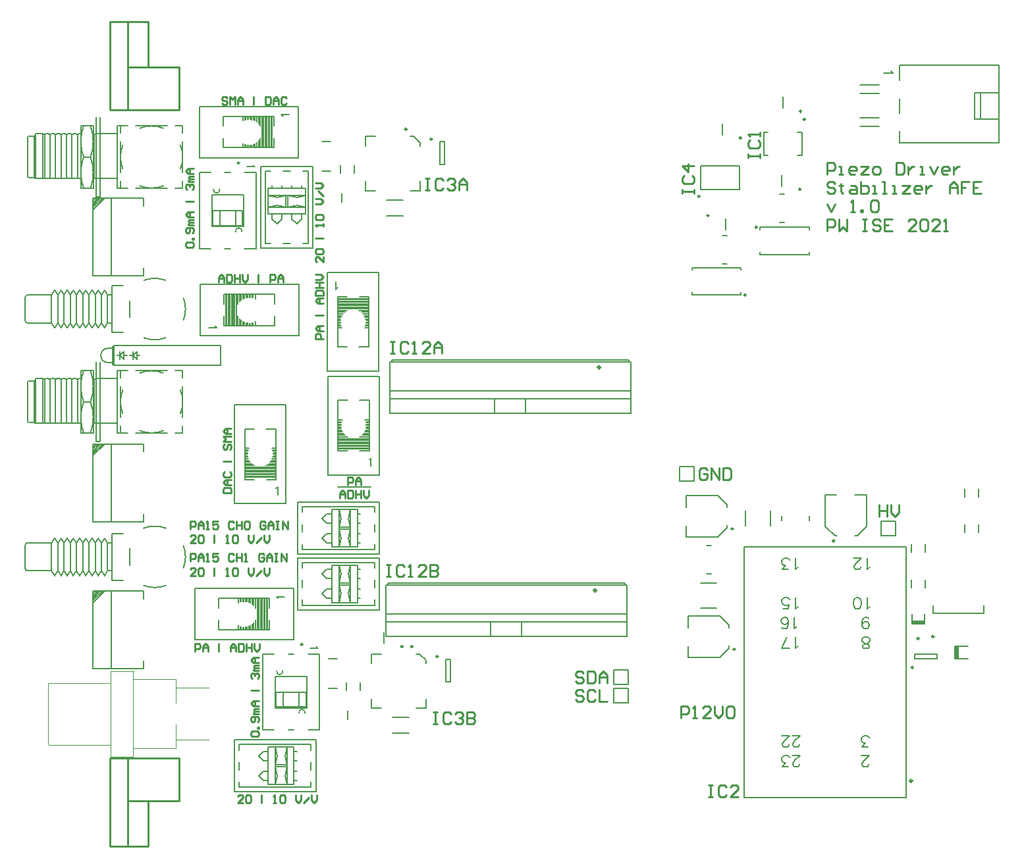
<source format=gto>
G04*
G04 #@! TF.GenerationSoftware,Altium Limited,Altium Designer,21.5.1 (32)*
G04*
G04 Layer_Color=65535*
%FSLAX25Y25*%
%MOIN*%
G70*
G04*
G04 #@! TF.SameCoordinates,40A1BE61-9D6D-4511-9C65-2EA0C261B3BE*
G04*
G04*
G04 #@! TF.FilePolarity,Positive*
G04*
G01*
G75*
%ADD10C,0.00984*%
%ADD11C,0.00787*%
%ADD12C,0.01181*%
%ADD13C,0.01000*%
%ADD14C,0.00394*%
%ADD15R,0.02165X0.06299*%
D10*
X152980Y346087D02*
G03*
X152980Y346087I-492J0D01*
G01*
X140185Y351134D02*
G03*
X140185Y351134I-492J0D01*
G01*
X55425Y334051D02*
G03*
X55425Y334051I-492J0D01*
G01*
X341862Y356092D02*
G03*
X341862Y356092I-492J0D01*
G01*
X288543Y317144D02*
G03*
X288543Y317144I-492J0D01*
G01*
X143185Y89080D02*
G03*
X143185Y89080I-492J0D01*
G01*
X87446Y90121D02*
G03*
X87446Y90121I-492J0D01*
G01*
X138170Y89071D02*
G03*
X138170Y89071I-492J0D01*
G01*
X399492Y93158D02*
G03*
X399492Y93158I-492J0D01*
G01*
X407000Y94134D02*
G03*
X407000Y94134I-492J0D01*
G01*
X396602Y78488D02*
G03*
X396602Y78488I-492J0D01*
G01*
X155980Y84033D02*
G03*
X155980Y84033I-492J0D01*
G01*
X339992Y360262D02*
G03*
X339992Y360262I-492J0D01*
G01*
X339533Y320647D02*
G03*
X339533Y320647I-492J0D01*
G01*
X317524Y301488D02*
G03*
X317524Y301488I-492J0D01*
G01*
X356693Y142606D02*
G03*
X356693Y142606I-492J0D01*
G01*
X305386Y148701D02*
G03*
X305386Y148701I-492J0D01*
G01*
X306386Y87701D02*
G03*
X306386Y87701I-492J0D01*
G01*
X293035Y307429D02*
G03*
X293035Y307429I-492J0D01*
G01*
X311961Y267151D02*
G03*
X311961Y267151I-492J0D01*
G01*
X309528Y346685D02*
G03*
X309528Y346685I-492J0D01*
G01*
D11*
X42345Y320685D02*
G03*
X45395Y320685I1525J-394D01*
G01*
X56655Y299188D02*
G03*
X53605Y299188I-1525J394D01*
G01*
X7000Y119992D02*
G03*
X18200Y119992I5600J14508D01*
G01*
X27108Y128900D02*
G03*
X27108Y140100I-14508J5600D01*
G01*
X18200Y149008D02*
G03*
X7000Y149008I-5600J-14508D01*
G01*
X-52991Y128595D02*
G03*
X-51556Y127413I1181J-27D01*
G01*
X-51810Y141587D02*
G03*
X-52991Y140405I0J-1181D01*
G01*
X74366Y76755D02*
G03*
X77416Y76755I1525J-394D01*
G01*
X88675Y55259D02*
G03*
X85626Y55259I-1525J394D01*
G01*
X-11250Y240050D02*
G03*
X-11250Y232950I0J-3550D01*
G01*
X-51810Y267087D02*
G03*
X-52991Y265905I0J-1181D01*
G01*
Y254095D02*
G03*
X-51556Y252913I1181J-27D01*
G01*
X18200Y274508D02*
G03*
X7000Y274508I-5600J-14508D01*
G01*
X27108Y254400D02*
G03*
X27108Y265600I-14508J5600D01*
G01*
X7000Y245492D02*
G03*
X18200Y245492I5600J14508D01*
G01*
X5038Y198424D02*
G03*
X16962Y198424I5962J14576D01*
G01*
X-19934Y213000D02*
G03*
X-19934Y228748I-21336J7874D01*
G01*
X-23420D02*
G03*
X-23420Y213000I21336J-7874D01*
G01*
D02*
G03*
X-23420Y197252I21336J-7874D01*
G01*
X-19934D02*
G03*
X-19934Y213000I-21336J7874D01*
G01*
X-3576Y218962D02*
G03*
X-3576Y207038I14576J-5962D01*
G01*
X16962Y227576D02*
G03*
X5038Y227576I-5962J-14576D01*
G01*
X25576Y207038D02*
G03*
X25576Y218962I-14576J5962D01*
G01*
X5038Y322424D02*
G03*
X16962Y322424I5962J14576D01*
G01*
X-19934Y337000D02*
G03*
X-19934Y352748I-21336J7874D01*
G01*
X-23420D02*
G03*
X-23420Y337000I21336J-7874D01*
G01*
D02*
G03*
X-23420Y321252I21336J-7874D01*
G01*
X-19934D02*
G03*
X-19934Y337000I-21336J7874D01*
G01*
X-3576Y342962D02*
G03*
X-3576Y331038I14576J-5962D01*
G01*
X16962Y351576D02*
G03*
X5038Y351576I-5962J-14576D01*
G01*
X25576Y331038D02*
G03*
X25576Y342962I-14576J5962D01*
G01*
X6994Y77815D02*
Y81752D01*
X-18597Y117185D02*
X6994D01*
X-18597Y116847D02*
X-18259Y117185D01*
X-18597Y115734D02*
X-17146Y117185D01*
X-18597Y114620D02*
X-16032Y117185D01*
X-18597Y113507D02*
X-14918Y117185D01*
X-18597Y112393D02*
X-13805Y117185D01*
X-18597Y111280D02*
X-12691Y117185D01*
X-9542Y77815D02*
Y117185D01*
X-18597Y77815D02*
Y117185D01*
Y77815D02*
X6994D01*
Y113248D02*
Y117185D01*
Y152315D02*
Y156252D01*
X-18597Y191685D02*
X6994D01*
X-18597Y191347D02*
X-18259Y191685D01*
X-18597Y190234D02*
X-17146Y191685D01*
X-18597Y189120D02*
X-16032Y191685D01*
X-18597Y188007D02*
X-14918Y191685D01*
X-18597Y186893D02*
X-13805Y191685D01*
X-18597Y185780D02*
X-12691Y191685D01*
X-9542Y152315D02*
Y191685D01*
X-18597Y152315D02*
Y191685D01*
Y152315D02*
X6994D01*
Y187748D02*
Y191685D01*
Y312248D02*
Y316185D01*
X-18597Y276815D02*
X6994D01*
X-18597D02*
Y316185D01*
X-9542Y276815D02*
Y316185D01*
X-18597Y310280D02*
X-12691Y316185D01*
X-18597Y311393D02*
X-13805Y316185D01*
X-18597Y312507D02*
X-14918Y316185D01*
X-18597Y313620D02*
X-16032Y316185D01*
X-18597Y314734D02*
X-17146Y316185D01*
X-18597Y315847D02*
X-18259Y316185D01*
X-18597D02*
X6994D01*
Y276815D02*
Y280752D01*
X105171Y170000D02*
X122000D01*
X100272Y176022D02*
Y226022D01*
X126272D01*
Y176022D02*
Y226022D01*
X100272Y176022D02*
X126272D01*
X105397Y188227D02*
Y213817D01*
X110180D01*
X121147Y188227D02*
Y213817D01*
X116379Y188227D02*
X121147D01*
X119064Y203967D02*
X121147D01*
X119481Y202936D02*
X121147D01*
X119571Y202613D02*
X121147D01*
X119742Y201610D02*
X121147D01*
X119766Y201172D02*
X121147D01*
X119710Y200159D02*
X121147D01*
X119605Y199579D02*
X121147D01*
X119294Y198589D02*
X121147D01*
X118947Y197864D02*
X121147D01*
X118313Y196928D02*
X121147D01*
X117503Y196097D02*
X121147D01*
X116275Y195266D02*
X121147D01*
X105397Y194329D02*
X121147D01*
X105397Y193605D02*
X121147D01*
X105397Y192629D02*
X121147D01*
X105397Y192034D02*
X121147D01*
X105397Y191030D02*
X121147D01*
X105397Y190590D02*
X121147D01*
X105397Y189581D02*
X121147D01*
X105397Y189258D02*
X121147D01*
X116364Y213817D02*
X121147D01*
X105397Y203967D02*
X107480D01*
X105397Y202936D02*
X107063D01*
X105397Y202613D02*
X106973D01*
X105397Y201610D02*
X106802D01*
X105397Y201172D02*
X106778D01*
X105397Y200159D02*
X106834D01*
X105397Y199579D02*
X106939D01*
X105397Y198589D02*
X107250D01*
X105397Y197864D02*
X107597D01*
X105397Y196928D02*
X108232D01*
X105397Y196097D02*
X109041D01*
X105397Y195266D02*
X110269D01*
X105397Y188227D02*
X110165D01*
X126000Y228504D02*
Y278504D01*
X100000Y228504D02*
X126000D01*
X100000D02*
Y278504D01*
X126000D01*
X120875Y240709D02*
Y266299D01*
X116092Y240709D02*
X120875D01*
X105125D02*
Y266299D01*
X109893D01*
X105125Y250559D02*
X107208D01*
X105125Y251590D02*
X106791D01*
X105125Y251913D02*
X106701D01*
X105125Y252915D02*
X106530D01*
X105125Y253354D02*
X106506D01*
X105125Y254367D02*
X106562D01*
X105125Y254946D02*
X106667D01*
X105125Y255937D02*
X106978D01*
X105125Y256661D02*
X107325D01*
X105125Y257598D02*
X107960D01*
X105125Y258429D02*
X108769D01*
X105125Y259260D02*
X109997D01*
X105125Y260196D02*
X120875D01*
X105125Y260921D02*
X120875D01*
X105125Y261897D02*
X120875D01*
X105125Y262491D02*
X120875D01*
X105125Y263495D02*
X120875D01*
X105125Y263935D02*
X120875D01*
X105125Y264945D02*
X120875D01*
X105125Y265268D02*
X120875D01*
X105125Y240709D02*
X109908D01*
X118792Y250559D02*
X120875D01*
X119209Y251590D02*
X120875D01*
X119299Y251913D02*
X120875D01*
X119470Y252915D02*
X120875D01*
X119494Y253354D02*
X120875D01*
X119438Y254367D02*
X120875D01*
X119333Y254946D02*
X120875D01*
X119022Y255937D02*
X120875D01*
X118675Y256661D02*
X120875D01*
X118041Y257598D02*
X120875D01*
X117231Y258429D02*
X120875D01*
X116003Y259260D02*
X120875D01*
X116107Y266299D02*
X120875D01*
X32796Y92500D02*
X82796D01*
X32796D02*
Y118500D01*
X82796D01*
Y92500D02*
Y118500D01*
X45001Y97625D02*
X70591D01*
X45001D02*
Y102408D01*
Y113375D02*
X70591D01*
Y108607D02*
Y113375D01*
X54851Y111292D02*
Y113375D01*
X55882Y111709D02*
Y113375D01*
X56205Y111799D02*
Y113375D01*
X57208Y111970D02*
Y113375D01*
X57646Y111994D02*
Y113375D01*
X58659Y111938D02*
Y113375D01*
X59238Y111833D02*
Y113375D01*
X60229Y111522D02*
Y113375D01*
X60954Y111175D02*
Y113375D01*
X61890Y110541D02*
Y113375D01*
X62721Y109731D02*
Y113375D01*
X63552Y108503D02*
Y113375D01*
X64489Y97625D02*
Y113375D01*
X65213Y97625D02*
Y113375D01*
X66189Y97625D02*
Y113375D01*
X66784Y97625D02*
Y113375D01*
X67788Y97625D02*
Y113375D01*
X68228Y97625D02*
Y113375D01*
X69237Y97625D02*
Y113375D01*
X69560Y97625D02*
Y113375D01*
X45001Y108592D02*
Y113375D01*
X54851Y97625D02*
Y99708D01*
X55882Y97625D02*
Y99291D01*
X56205Y97625D02*
Y99201D01*
X57208Y97625D02*
Y99030D01*
X57646Y97625D02*
Y99006D01*
X58659Y97625D02*
Y99062D01*
X59238Y97625D02*
Y99167D01*
X60229Y97625D02*
Y99478D01*
X60954Y97625D02*
Y99825D01*
X61890Y97625D02*
Y100459D01*
X62721Y97625D02*
Y101269D01*
X63552Y97625D02*
Y102497D01*
X70591Y97625D02*
Y102393D01*
X106457Y329031D02*
Y332968D01*
X113543Y329031D02*
Y332968D01*
X130045Y307279D02*
X138312D01*
X130045Y315153D02*
X138312D01*
X156819Y333291D02*
Y344709D01*
X159181D01*
Y333291D02*
Y344709D01*
X156819Y333291D02*
X159181D01*
X119221Y319835D02*
Y324756D01*
Y319835D02*
X124142D01*
X119221Y342472D02*
Y347394D01*
X124142D01*
X146780Y319835D02*
Y324756D01*
X141858Y319835D02*
X146780D01*
Y342472D02*
Y344244D01*
X143630Y347394D02*
X146780Y344244D01*
X141858Y347394D02*
X143630D01*
X107283Y314211D02*
Y318541D01*
X97335Y345000D02*
X101665D01*
X97335Y330000D02*
X101665D01*
X87550Y293193D02*
X90285D01*
X77550D02*
X81366D01*
X68631D02*
X71365D01*
X66269Y290831D02*
X92647D01*
X66269D02*
Y332169D01*
X92647D01*
Y290831D02*
Y332169D01*
X68631Y293193D02*
Y329807D01*
X71365D01*
X90285Y293193D02*
Y329807D01*
X84458Y303193D02*
X86820Y305555D01*
X82095D02*
X84458Y303193D01*
X82095Y305555D02*
Y308154D01*
Y321146D02*
Y322638D01*
X86820Y321146D02*
Y322638D01*
Y305555D02*
Y308154D01*
X84458Y312681D02*
X88985Y311697D01*
X79930D02*
X84458Y312681D01*
X79930Y311697D02*
Y317602D01*
X84458Y316618D01*
X88985Y317602D01*
X74458Y303193D02*
X76820Y305555D01*
X72096D02*
X74458Y303193D01*
X72096Y305555D02*
Y308154D01*
Y321146D02*
Y322638D01*
X76820Y321146D02*
Y322638D01*
Y305555D02*
Y308154D01*
X74458Y312681D02*
X78985Y311697D01*
X69930D02*
X74458Y312681D01*
X69930Y317602D02*
X74458Y316618D01*
X78985Y317602D01*
Y311697D02*
Y317602D01*
X77550Y329807D02*
X81366D01*
X87550D02*
X90285D01*
X88985Y308154D02*
Y321146D01*
X69930Y308154D02*
X88985D01*
X69930D02*
Y321146D01*
X88985D01*
X69930Y317602D02*
X88985D01*
X69930Y311697D02*
X88985D01*
X53437Y302338D02*
Y309936D01*
X45563Y302338D02*
Y309936D01*
X41902Y302338D02*
Y309936D01*
Y302338D02*
X57098D01*
Y309936D01*
X41902D02*
X57098D01*
X41508Y317929D02*
X57492D01*
Y301944D02*
Y317929D01*
X41508Y301944D02*
X57492D01*
X41508D02*
Y317929D01*
X58102Y329188D02*
X63791D01*
Y290684D02*
Y329188D01*
X58102Y290684D02*
X63791D01*
X48102Y329188D02*
X50898D01*
X35209Y290684D02*
X40898D01*
X35209D02*
Y329188D01*
X40898D01*
X48102Y290684D02*
X50898D01*
X105799Y111306D02*
Y130361D01*
X111705Y111306D02*
Y130361D01*
X115248Y111306D02*
Y130361D01*
X102256D02*
X115248D01*
X102256Y111306D02*
Y130361D01*
Y111306D02*
X115248D01*
X123910Y110007D02*
Y112741D01*
Y118926D02*
Y122741D01*
X105799Y121306D02*
X111705D01*
X110721Y125834D02*
X111705Y121306D01*
X110721Y125834D02*
X111705Y130361D01*
X105799D02*
X106784Y125834D01*
X105799Y121306D02*
X106784Y125834D01*
X99658Y123471D02*
X102256D01*
X115248D02*
X116740D01*
X115248Y128196D02*
X116740D01*
X99658D02*
X102256D01*
X97296Y125834D02*
X99658Y128196D01*
X97296Y125834D02*
X99658Y123471D01*
X110721Y115834D02*
X111705Y111306D01*
X110721Y115834D02*
X111705Y120361D01*
X105799D02*
X111705D01*
X105799D02*
X106784Y115834D01*
X105799Y111306D02*
X106784Y115834D01*
X99658Y113471D02*
X102256D01*
X115248D02*
X116740D01*
X115248Y118196D02*
X116740D01*
X99658D02*
X102256D01*
X97296Y115834D02*
X99658Y118196D01*
X97296Y115834D02*
X99658Y113471D01*
X87296Y110007D02*
X123910D01*
Y128926D02*
Y131660D01*
X87296D02*
X123910D01*
X84933Y107645D02*
X126272D01*
Y134023D01*
X84933D02*
X126272D01*
X84933Y107645D02*
Y134023D01*
X87296Y128926D02*
Y131660D01*
Y118926D02*
Y122741D01*
Y110007D02*
Y112741D01*
X105799Y139472D02*
Y158528D01*
X111705Y139472D02*
Y158528D01*
X115248Y139472D02*
Y158528D01*
X102256D02*
X115248D01*
X102256Y139472D02*
Y158528D01*
Y139472D02*
X115248D01*
X123910Y138173D02*
Y140908D01*
Y147092D02*
Y150908D01*
X105799Y149472D02*
X111705D01*
X110721Y154000D02*
X111705Y149472D01*
X110721Y154000D02*
X111705Y158528D01*
X105799D02*
X106784Y154000D01*
X105799Y149472D02*
X106784Y154000D01*
X99658Y151638D02*
X102256D01*
X115248D02*
X116740D01*
X115248Y156362D02*
X116740D01*
X99658D02*
X102256D01*
X97296Y154000D02*
X99658Y156362D01*
X97296Y154000D02*
X99658Y151638D01*
X110721Y144000D02*
X111705Y139472D01*
X110721Y144000D02*
X111705Y148528D01*
X105799D02*
X111705D01*
X105799D02*
X106784Y144000D01*
X105799Y139472D02*
X106784Y144000D01*
X99658Y141638D02*
X102256D01*
X115248D02*
X116740D01*
X115248Y146362D02*
X116740D01*
X99658D02*
X102256D01*
X97296Y144000D02*
X99658Y146362D01*
X97296Y144000D02*
X99658Y141638D01*
X87296Y138173D02*
X123910D01*
Y157092D02*
Y159827D01*
X87296D02*
X123910D01*
X84933Y135811D02*
X126272D01*
Y162189D01*
X84933D02*
X126272D01*
X84933Y135811D02*
Y162189D01*
X87296Y157092D02*
Y159827D01*
Y147092D02*
Y150908D01*
Y138173D02*
Y140908D01*
X35496Y272500D02*
X85496D01*
Y246500D02*
Y272500D01*
X35496Y246500D02*
X85496D01*
X35496D02*
Y272500D01*
X47701Y267375D02*
X73291D01*
Y262592D02*
Y267375D01*
X47701Y251625D02*
X73291D01*
X47701D02*
Y256393D01*
X63441Y251625D02*
Y253708D01*
X62410Y251625D02*
Y253291D01*
X62087Y251625D02*
Y253201D01*
X61085Y251625D02*
Y253030D01*
X60646Y251625D02*
Y253006D01*
X59633Y251625D02*
Y253062D01*
X59054Y251625D02*
Y253167D01*
X58063Y251625D02*
Y253478D01*
X57339Y251625D02*
Y253825D01*
X56402Y251625D02*
Y254459D01*
X55571Y251625D02*
Y255269D01*
X54740Y251625D02*
Y256497D01*
X53804Y251625D02*
Y267375D01*
X53079Y251625D02*
Y267375D01*
X52103Y251625D02*
Y267375D01*
X51509Y251625D02*
Y267375D01*
X50505Y251625D02*
Y267375D01*
X50065Y251625D02*
Y267375D01*
X49055Y251625D02*
Y267375D01*
X48732Y251625D02*
Y267375D01*
X73291Y251625D02*
Y256408D01*
X63441Y265292D02*
Y267375D01*
X62410Y265709D02*
Y267375D01*
X62087Y265799D02*
Y267375D01*
X61085Y265970D02*
Y267375D01*
X60646Y265994D02*
Y267375D01*
X59633Y265938D02*
Y267375D01*
X59054Y265833D02*
Y267375D01*
X58063Y265522D02*
Y267375D01*
X57339Y265175D02*
Y267375D01*
X56402Y264541D02*
Y267375D01*
X55571Y263731D02*
Y267375D01*
X54740Y262503D02*
Y267375D01*
X47701Y262607D02*
Y267375D01*
X80Y130273D02*
Y138727D01*
X-8975Y146311D02*
X-3433D01*
X-8975Y122689D02*
Y146311D01*
Y122689D02*
X-3433D01*
X-11258Y127413D02*
X-8975D01*
X-51809D02*
X-39605D01*
X-52991Y128594D02*
Y140406D01*
X-51809Y141587D02*
X-39605D01*
X-11258D02*
X-8975D01*
X-12833Y125012D02*
X-11258Y127374D01*
X-14408D02*
X-12833Y125012D01*
X-11258Y127374D02*
Y141626D01*
X-12833Y143988D02*
X-11258Y141626D01*
X-14408D02*
X-12833Y143988D01*
X-14408Y127413D02*
Y141626D01*
X-15983Y125012D02*
X-14408Y127374D01*
X-17557D02*
X-15983Y125012D01*
Y143988D02*
X-14408Y141626D01*
X-17557D02*
X-15983Y143988D01*
X-17557Y127413D02*
Y141626D01*
X-19132Y125012D02*
X-17557Y127374D01*
X-20707D02*
X-19132Y125012D01*
Y143988D02*
X-17557Y141626D01*
X-20707D02*
X-19132Y143988D01*
X-20707Y127413D02*
Y141626D01*
X-22282Y125012D02*
X-20707Y127374D01*
X-23857D02*
X-22282Y125012D01*
Y143988D02*
X-20707Y141626D01*
X-23857D02*
X-22282Y143988D01*
X-23857Y127413D02*
Y141626D01*
X-25431Y125012D02*
X-23857Y127374D01*
X-27006D02*
X-25431Y125012D01*
Y143988D02*
X-23857Y141626D01*
X-27006D02*
X-25431Y143988D01*
X-27006Y127413D02*
Y141626D01*
X-28581Y125012D02*
X-27006Y127374D01*
X-30156D02*
X-28581Y125012D01*
Y143988D02*
X-27006Y141626D01*
X-30156D02*
X-28581Y143988D01*
X-30156Y127413D02*
Y141626D01*
X-31731Y125012D02*
X-30156Y127374D01*
X-33305D02*
X-31731Y125012D01*
Y143988D02*
X-30156Y141626D01*
X-33305D02*
X-31731Y143988D01*
X-33305Y127413D02*
Y141626D01*
X-34880Y125012D02*
X-33305Y127374D01*
X-36455D02*
X-34880Y125012D01*
Y143988D02*
X-33305Y141626D01*
X-36455D02*
X-34880Y143988D01*
X-36455Y127413D02*
Y141626D01*
X-38030Y125012D02*
X-36455Y127374D01*
X-39605D02*
X-38030Y125012D01*
Y143988D02*
X-36455Y141626D01*
X-39605D02*
X-38030Y143988D01*
X-39605Y127413D02*
Y141626D01*
X35183Y336705D02*
X85183D01*
X35183D02*
Y362705D01*
X85183D01*
Y336705D02*
Y362705D01*
X47388Y341830D02*
X72978D01*
X47388D02*
Y346613D01*
Y357580D02*
X72978D01*
Y352812D02*
Y357580D01*
X57238Y355497D02*
Y357580D01*
X58269Y355914D02*
Y357580D01*
X58592Y356004D02*
Y357580D01*
X59594Y356174D02*
Y357580D01*
X60032Y356199D02*
Y357580D01*
X61045Y356143D02*
Y357580D01*
X61625Y356038D02*
Y357580D01*
X62616Y355727D02*
Y357580D01*
X63340Y355380D02*
Y357580D01*
X64276Y354745D02*
Y357580D01*
X65108Y353936D02*
Y357580D01*
X65939Y352708D02*
Y357580D01*
X66875Y341830D02*
Y357580D01*
X67600Y341830D02*
Y357580D01*
X68576Y341830D02*
Y357580D01*
X69170Y341830D02*
Y357580D01*
X70174Y341830D02*
Y357580D01*
X70614Y341830D02*
Y357580D01*
X71624Y341830D02*
Y357580D01*
X71947Y341830D02*
Y357580D01*
X47388Y352797D02*
Y357580D01*
X57238Y341830D02*
Y343913D01*
X58269Y341830D02*
Y343496D01*
X58592Y341830D02*
Y343406D01*
X59594Y341830D02*
Y343235D01*
X60032Y341830D02*
Y343210D01*
X61045Y341830D02*
Y343267D01*
X61625Y341830D02*
Y343372D01*
X62616Y341830D02*
Y343683D01*
X63340Y341830D02*
Y344030D01*
X64276Y341830D02*
Y344664D01*
X65108Y341830D02*
Y345473D01*
X65939Y341830D02*
Y346701D01*
X72978Y341830D02*
Y346598D01*
X311055Y12417D02*
Y139583D01*
X392945D01*
Y12417D02*
Y139583D01*
X311055Y12417D02*
X392945D01*
X55138Y17781D02*
Y20516D01*
Y26700D02*
Y30516D01*
Y36700D02*
Y39435D01*
X52776Y15419D02*
Y41797D01*
X94115D01*
Y15419D02*
Y41797D01*
X52776Y15419D02*
X94115D01*
X55138Y39435D02*
X91752D01*
Y36700D02*
Y39435D01*
X55138Y17781D02*
X91752D01*
X65138Y23608D02*
X67500Y21246D01*
X65138Y23608D02*
X67500Y25970D01*
X70099D01*
X83091D02*
X84583D01*
X83091Y21246D02*
X84583D01*
X67500D02*
X70099D01*
X73642Y19081D02*
X74626Y23608D01*
X73642Y28136D02*
X74626Y23608D01*
X73642Y28136D02*
X79548D01*
X78563Y23608D02*
X79548Y28136D01*
X78563Y23608D02*
X79548Y19081D01*
X65138Y33608D02*
X67500Y31246D01*
X65138Y33608D02*
X67500Y35970D01*
X70099D01*
X83091D02*
X84583D01*
X83091Y31246D02*
X84583D01*
X67500D02*
X70099D01*
X73642Y29081D02*
X74626Y33608D01*
X73642Y38136D02*
X74626Y33608D01*
X78563D02*
X79548Y38136D01*
X78563Y33608D02*
X79548Y29081D01*
X73642D02*
X79548D01*
X91752Y26700D02*
Y30516D01*
Y17781D02*
Y20516D01*
X70099Y19081D02*
X83091D01*
X70099D02*
Y38136D01*
X83091D01*
Y19081D02*
Y38136D01*
X79548Y19081D02*
Y38136D01*
X73642Y19081D02*
Y38136D01*
X320898Y349596D02*
X323063D01*
X320898Y337785D02*
Y349596D01*
Y337785D02*
X323063D01*
X338024D02*
X340189D01*
Y349596D01*
X338024D02*
X340189D01*
X289055Y320491D02*
X308740D01*
X289055Y332695D02*
X308740D01*
X289055Y320491D02*
Y332695D01*
X308740Y320491D02*
Y332695D01*
X144858Y85340D02*
X146630D01*
X149780Y82190D01*
Y80419D02*
Y82190D01*
X144858Y57781D02*
X149780D01*
Y62702D01*
X122221Y85340D02*
X127142D01*
X122221Y80419D02*
Y85340D01*
Y57781D02*
X127142D01*
X122221D02*
Y62702D01*
X85458Y58408D02*
Y66007D01*
X77584Y58408D02*
Y66007D01*
X73922Y58408D02*
Y66007D01*
Y58408D02*
X89119D01*
Y66007D01*
X73922D02*
X89119D01*
X73528Y73999D02*
X89513D01*
Y58015D02*
Y73999D01*
X73528Y58015D02*
X89513D01*
X73528D02*
Y73999D01*
X90123Y85259D02*
X95812D01*
Y46755D02*
Y85259D01*
X90123Y46755D02*
X95812D01*
X80123Y85259D02*
X82918D01*
X67229Y46755D02*
X72918D01*
X67229D02*
Y85259D01*
X72918D01*
X80123Y46755D02*
X82918D01*
X253468Y207300D02*
Y233300D01*
X131468Y207300D02*
X253468D01*
X131468D02*
Y233300D01*
X132468Y234300D02*
X252468D01*
Y233300D02*
Y234300D01*
X132468Y233300D02*
Y234300D01*
X131468Y233300D02*
X253468D01*
X131468Y214600D02*
X253468D01*
X131468Y218600D02*
X253468D01*
X200269Y207300D02*
Y214600D01*
X184669Y207300D02*
Y214600D01*
X251468Y94300D02*
Y120300D01*
X129468Y94300D02*
X251468D01*
X129468D02*
Y120300D01*
X130468Y121300D02*
X250468D01*
Y120300D02*
Y121300D01*
X130468Y120300D02*
Y121300D01*
X129468Y120300D02*
X251468D01*
X129468Y101600D02*
X251468D01*
X129468Y105600D02*
X251468D01*
X198268Y94300D02*
Y101600D01*
X182668Y94300D02*
Y101600D01*
X128721Y90744D02*
Y96256D01*
X395850Y102016D02*
X402150D01*
X395850Y101228D02*
X402150D01*
X395850Y100441D02*
X402150D01*
X395850D02*
Y105559D01*
X402150Y100441D02*
Y105559D01*
X422457Y165031D02*
Y168968D01*
X429543Y165031D02*
Y168968D01*
X395457Y119031D02*
Y122968D01*
X402543Y119031D02*
Y122968D01*
X422457Y147031D02*
Y150968D01*
X429543Y147031D02*
Y150968D01*
X395457Y137031D02*
Y140968D01*
X402543Y137031D02*
Y140968D01*
X406705Y105945D02*
Y109882D01*
Y105945D02*
X432295D01*
Y109882D01*
X408709Y82720D02*
Y85280D01*
X397291D02*
X408709D01*
X397291Y82720D02*
Y85280D01*
Y82720D02*
X408709D01*
X417654Y89150D02*
X424346D01*
X417654Y82850D02*
X424346D01*
X417654D02*
Y89150D01*
X-0Y236500D02*
X1500D01*
X3500D02*
X5000D01*
X3500Y234500D02*
Y238500D01*
X1500Y236500D02*
X3500Y238500D01*
X1500Y236500D02*
X3500Y234500D01*
X1500D02*
Y238500D01*
X-6500Y236500D02*
X-5000D01*
X-3000D02*
X-1500D01*
X-3000Y234500D02*
Y238500D01*
X-5000Y236500D02*
X-3000Y238500D01*
X-5000Y236500D02*
X-3000Y234500D01*
X-5000D02*
Y238500D01*
X-11250Y232950D02*
X-8800D01*
X-11250Y240050D02*
X-8800D01*
X46000Y231600D02*
Y241400D01*
X-8000Y231600D02*
X46000D01*
X-8000D02*
Y241400D01*
X-8800Y241210D02*
X-8000D01*
X-8800Y231810D02*
X-8000D01*
X-8800D02*
Y241210D01*
X-8000Y241400D02*
X46000D01*
X109457Y66965D02*
Y70902D01*
X116543Y66965D02*
Y70902D01*
X100591Y67716D02*
X104921D01*
X100591Y82716D02*
X104921D01*
X159819Y71238D02*
X162181D01*
Y82655D01*
X159819D02*
X162181D01*
X159819Y71238D02*
Y82655D01*
X110283Y52157D02*
Y56488D01*
X133045Y45225D02*
X141312D01*
X133045Y53099D02*
X141312D01*
X328953Y304015D02*
X331315D01*
X328953Y318188D02*
X331315D01*
X330543Y361935D02*
Y367446D01*
X330085Y322320D02*
Y327832D01*
X319098Y301390D02*
X343902D01*
X319098Y287610D02*
X343902D01*
X319098D02*
Y288791D01*
Y300209D02*
Y301390D01*
X343902Y300209D02*
Y301390D01*
Y287610D02*
Y288791D01*
X380319Y152681D02*
X387681D01*
Y145319D02*
Y152681D01*
X380319Y145319D02*
X387681D01*
X380319D02*
Y152681D01*
X329913Y152992D02*
Y155354D01*
X344087Y152992D02*
Y155354D01*
X291819Y140087D02*
X294181D01*
X291819Y125913D02*
X294181D01*
X352067Y149791D02*
X356791Y145067D01*
X352067Y165933D02*
X357579D01*
X367028D02*
X372933D01*
X352067Y149791D02*
Y165933D01*
X372933Y149791D02*
Y165933D01*
X368209Y145067D02*
X372933Y149791D01*
X356791Y145067D02*
X357972D01*
X367028D02*
X368209D01*
X297709Y144567D02*
X302433Y149291D01*
X281567Y144567D02*
Y150079D01*
Y159528D02*
Y165433D01*
Y144567D02*
X297709D01*
X281567Y165433D02*
X297709D01*
X302433Y160709D01*
Y149291D02*
Y150472D01*
Y159528D02*
Y160709D01*
X311701Y150063D02*
Y157937D01*
X324299Y150063D02*
Y157937D01*
X298709Y83567D02*
X303433Y88291D01*
X282567Y83567D02*
Y89079D01*
Y98528D02*
Y104433D01*
Y83567D02*
X298709D01*
X282567Y104433D02*
X298709D01*
X303433Y99709D01*
Y88291D02*
Y89472D01*
Y98528D02*
Y99709D01*
X289063Y121299D02*
X296937D01*
X289063Y108701D02*
X296937D01*
X299819Y297087D02*
X302181D01*
X299819Y282913D02*
X302181D01*
X301500Y300244D02*
Y305756D01*
X284598Y267250D02*
X309402D01*
X284598Y281029D02*
X309402D01*
Y279848D02*
Y281029D01*
Y267250D02*
Y268431D01*
X284598Y267250D02*
Y268431D01*
Y279848D02*
Y281029D01*
X300079Y348358D02*
Y353870D01*
X369543Y356839D02*
X379323D01*
X369543Y373374D02*
X379323D01*
X389591Y344102D02*
Y350158D01*
Y344102D02*
X439984D01*
Y383472D01*
X389591D02*
X439984D01*
X389591Y375842D02*
Y383472D01*
X430732Y356307D02*
Y369693D01*
X427494D02*
X439984D01*
X427494Y356307D02*
Y369693D01*
Y356307D02*
X439984D01*
X369543Y369161D02*
X379323D01*
X369543Y352626D02*
X379323D01*
X389591Y359307D02*
Y366693D01*
X58125Y173705D02*
X62893D01*
X58125Y180744D02*
X62997D01*
X58125Y181575D02*
X61769D01*
X58125Y182406D02*
X60960D01*
X58125Y183342D02*
X60325D01*
X58125Y184067D02*
X59978D01*
X58125Y185058D02*
X59667D01*
X58125Y185637D02*
X59562D01*
X58125Y186650D02*
X59506D01*
X58125Y187088D02*
X59530D01*
X58125Y188091D02*
X59701D01*
X58125Y188414D02*
X59791D01*
X58125Y189445D02*
X60208D01*
X69092Y199295D02*
X73875D01*
X58125Y174736D02*
X73875D01*
X58125Y175059D02*
X73875D01*
X58125Y176069D02*
X73875D01*
X58125Y176509D02*
X73875D01*
X58125Y177513D02*
X73875D01*
X58125Y178107D02*
X73875D01*
X58125Y179083D02*
X73875D01*
X58125Y179807D02*
X73875D01*
X69003Y180744D02*
X73875D01*
X70231Y181575D02*
X73875D01*
X71041Y182406D02*
X73875D01*
X71675Y183342D02*
X73875D01*
X72022Y184067D02*
X73875D01*
X72333Y185058D02*
X73875D01*
X72438Y185637D02*
X73875D01*
X72494Y186650D02*
X73875D01*
X72470Y187088D02*
X73875D01*
X72299Y188091D02*
X73875D01*
X72209Y188414D02*
X73875D01*
X71792Y189445D02*
X73875D01*
X69107Y173705D02*
X73875D01*
Y199295D01*
X58125D02*
X62908D01*
X58125Y173705D02*
Y199295D01*
X53000Y161500D02*
X79000D01*
Y211500D01*
X53000D02*
X79000D01*
X53000Y161500D02*
Y211500D01*
X278319Y172819D02*
Y180181D01*
X285681D01*
Y172819D02*
Y180181D01*
X278319Y172819D02*
X285681D01*
X244819Y69819D02*
Y77181D01*
X252181D01*
Y69819D02*
Y77181D01*
X244819Y69819D02*
X252181D01*
X244819Y60492D02*
Y67854D01*
X252181D01*
Y60492D02*
Y67854D01*
X244819Y60492D02*
X252181D01*
X-39605Y252913D02*
Y267126D01*
X-38030Y269488D01*
X-36455Y267126D01*
X-39605Y252874D02*
X-38030Y250512D01*
X-36455Y252874D01*
Y252913D02*
Y267126D01*
X-34880Y269488D01*
X-33305Y267126D01*
X-36455Y252874D02*
X-34880Y250512D01*
X-33305Y252874D01*
Y252913D02*
Y267126D01*
X-31731Y269488D01*
X-30156Y267126D01*
X-33305Y252874D02*
X-31731Y250512D01*
X-30156Y252874D01*
Y252913D02*
Y267126D01*
X-28581Y269488D01*
X-27006Y267126D01*
X-30156Y252874D02*
X-28581Y250512D01*
X-27006Y252874D01*
Y252913D02*
Y267126D01*
X-25431Y269488D01*
X-23857Y267126D01*
X-27006Y252874D02*
X-25431Y250512D01*
X-23857Y252874D01*
Y252913D02*
Y267126D01*
X-22282Y269488D01*
X-20707Y267126D01*
X-23857Y252874D02*
X-22282Y250512D01*
X-20707Y252874D01*
Y252913D02*
Y267126D01*
X-19132Y269488D01*
X-17557Y267126D01*
X-20707Y252874D02*
X-19132Y250512D01*
X-17557Y252874D01*
Y252913D02*
Y267126D01*
X-15983Y269488D01*
X-14408Y267126D01*
X-17557Y252874D02*
X-15983Y250512D01*
X-14408Y252874D01*
Y252913D02*
Y267126D01*
X-12833Y269488D01*
X-11258Y267126D01*
Y252874D02*
Y267126D01*
X-14408Y252874D02*
X-12833Y250512D01*
X-11258Y252874D01*
Y267087D02*
X-8975D01*
X-51809D02*
X-39605D01*
X-52991Y254094D02*
Y265906D01*
X-51809Y252913D02*
X-39605D01*
X-11258D02*
X-8975D01*
Y248189D02*
X-3433D01*
X-8975D02*
Y271811D01*
X-3433D01*
X80Y255773D02*
Y264227D01*
X-14984Y192921D02*
Y233079D01*
X-16953Y192921D02*
Y233079D01*
Y192921D02*
X-14984D01*
X-18528Y197252D02*
Y228748D01*
X-24827D02*
X-18528D01*
X-24827Y197252D02*
Y228748D01*
X-23420Y213000D02*
X-19934D01*
X-6323Y202173D02*
Y228748D01*
X-51598Y202902D02*
Y223098D01*
X-12622Y202173D02*
X-6323D01*
X-48449Y202470D02*
Y223530D01*
X-47691Y202173D02*
Y225008D01*
X-40443Y202173D02*
Y224122D01*
X-34887Y202173D02*
Y224122D01*
X-29332Y202173D02*
Y224122D01*
X-26554Y202173D02*
Y224122D01*
X-32109Y202173D02*
Y224122D01*
X-37665Y202173D02*
Y224122D01*
X-18221Y202173D02*
Y224122D01*
X-43221Y202173D02*
Y224122D01*
X-51598Y223098D02*
X-51205Y223492D01*
X-51598Y202902D02*
X-51205Y202508D01*
X-48449D01*
X-51205Y223492D02*
X-48449D01*
X-16832Y225008D02*
X-6717D01*
X-48449Y223530D02*
X-47691Y224250D01*
X-48449Y202470D02*
X-48137Y202173D01*
X-40443Y224122D02*
X-39652Y225008D01*
X-41233D02*
X-40443Y224122D01*
X-34887D02*
X-34097Y225008D01*
X-35678D02*
X-34887Y224122D01*
X-29332D02*
X-28541Y225008D01*
X-30122D02*
X-29332Y224122D01*
X-26554D02*
X-25763Y225008D01*
X-27344D02*
X-26554Y224122D01*
X-32109D02*
X-31319Y225008D01*
X-32900D02*
X-32109Y224122D01*
X-37665D02*
X-36875Y225008D01*
X-38455D02*
X-37665Y224122D01*
X-18221D02*
X-17430Y225008D01*
X-18528Y224466D02*
X-18221Y224122D01*
X-43221D02*
X-42430Y225008D01*
X-44011D02*
X-43221Y224122D01*
X-47691Y225008D02*
X-44011D01*
X-17430D02*
X-16233D01*
X-39652D02*
X-38455D01*
X-34097D02*
X-32900D01*
X-28541D02*
X-27344D01*
X-25763D02*
X-24827D01*
X-31319D02*
X-30122D01*
X-36875D02*
X-35678D01*
X-42430D02*
X-41233D01*
X-44011Y202173D02*
Y225008D01*
X-48137Y202173D02*
X-24827D01*
Y197252D02*
X-18528D01*
Y202173D02*
X-12622D01*
X23049Y197252D02*
X26748D01*
X-4748D02*
Y200951D01*
X-6323Y228748D02*
X-1049D01*
X26748Y225049D02*
Y228748D01*
X-6323Y197252D02*
Y202173D01*
X3049Y228748D02*
X18951D01*
X23049D02*
X26748D01*
Y197252D02*
Y200951D01*
Y205049D02*
Y220951D01*
X-6323Y197252D02*
X-1049D01*
X3049D02*
X18951D01*
X-4748Y205049D02*
Y220951D01*
Y225049D02*
Y228748D01*
X-14984Y316921D02*
Y357079D01*
X-16953Y316921D02*
Y357079D01*
Y316921D02*
X-14984D01*
X-18528Y321252D02*
Y352748D01*
X-24827D02*
X-18528D01*
X-24827Y321252D02*
Y352748D01*
X-23420Y337000D02*
X-19934D01*
X-6323Y326173D02*
Y352748D01*
X-51598Y326902D02*
Y347098D01*
X-12622Y326173D02*
X-6323D01*
X-48449Y326470D02*
Y347530D01*
X-47691Y326173D02*
Y349008D01*
X-40443Y326173D02*
Y348122D01*
X-34887Y326173D02*
Y348122D01*
X-29332Y326173D02*
Y348122D01*
X-26554Y326173D02*
Y348122D01*
X-32109Y326173D02*
Y348122D01*
X-37665Y326173D02*
Y348122D01*
X-18221Y326173D02*
Y348122D01*
X-43221Y326173D02*
Y348122D01*
X-51598Y347098D02*
X-51205Y347492D01*
X-51598Y326902D02*
X-51205Y326508D01*
X-48449D01*
X-51205Y347492D02*
X-48449D01*
X-16832Y349008D02*
X-6717D01*
X-48449Y347530D02*
X-47691Y348250D01*
X-48449Y326470D02*
X-48137Y326173D01*
X-40443Y348122D02*
X-39652Y349008D01*
X-41233D02*
X-40443Y348122D01*
X-34887D02*
X-34097Y349008D01*
X-35678D02*
X-34887Y348122D01*
X-29332D02*
X-28541Y349008D01*
X-30122D02*
X-29332Y348122D01*
X-26554D02*
X-25763Y349008D01*
X-27344D02*
X-26554Y348122D01*
X-32109D02*
X-31319Y349008D01*
X-32900D02*
X-32109Y348122D01*
X-37665D02*
X-36875Y349008D01*
X-38455D02*
X-37665Y348122D01*
X-18221D02*
X-17430Y349008D01*
X-18528Y348466D02*
X-18221Y348122D01*
X-43221D02*
X-42430Y349008D01*
X-44011D02*
X-43221Y348122D01*
X-47691Y349008D02*
X-44011D01*
X-17430D02*
X-16233D01*
X-39652D02*
X-38455D01*
X-34097D02*
X-32900D01*
X-28541D02*
X-27344D01*
X-25763D02*
X-24827D01*
X-31319D02*
X-30122D01*
X-36875D02*
X-35678D01*
X-42430D02*
X-41233D01*
X-44011Y326173D02*
Y349008D01*
X-48137Y326173D02*
X-24827D01*
Y321252D02*
X-18528D01*
Y326173D02*
X-12622D01*
X23049Y321252D02*
X26748D01*
X-4748D02*
Y324951D01*
X-6323Y352748D02*
X-1049D01*
X26748Y349049D02*
Y352748D01*
X-6323Y321252D02*
Y326173D01*
X3049Y352748D02*
X18951D01*
X23049D02*
X26748D01*
Y321252D02*
Y324951D01*
Y329049D02*
Y344951D01*
X-6323Y321252D02*
X-1049D01*
X3049D02*
X18951D01*
X-4748Y329049D02*
Y344951D01*
Y349049D02*
Y352748D01*
X121146Y183740D02*
X121521Y183927D01*
X122083Y184489D01*
Y180553D01*
X105126Y270786D02*
X104751Y270599D01*
X104189Y270036D01*
Y273972D01*
X75078Y113374D02*
X74891Y113749D01*
X74328Y114311D01*
X78265D01*
X62525Y333007D02*
X62712Y332632D01*
X63275Y332070D01*
X59339D01*
X43214Y251626D02*
X43401Y251251D01*
X43964Y250689D01*
X40028D01*
X77465Y357579D02*
X77277Y357954D01*
X76715Y358516D01*
X80651D01*
X338201Y89173D02*
X337639Y88892D01*
X336796Y88048D01*
Y93953D01*
X329936Y88048D02*
X332747Y93953D01*
X333872Y88048D02*
X329936D01*
X338201Y109173D02*
X337639Y108892D01*
X336796Y108048D01*
Y113953D01*
X330498Y108048D02*
X333309D01*
X333591Y110579D01*
X333309Y110298D01*
X332466Y110017D01*
X331623D01*
X330779Y110298D01*
X330217Y110860D01*
X329936Y111704D01*
Y112266D01*
X330217Y113109D01*
X330779Y113672D01*
X331623Y113953D01*
X332466D01*
X333309Y113672D01*
X333591Y113391D01*
X333872Y112828D01*
X338201Y129173D02*
X337639Y128892D01*
X336796Y128049D01*
Y133953D01*
X333309Y128049D02*
X330217D01*
X331904Y130298D01*
X331060D01*
X330498Y130579D01*
X330217Y130860D01*
X329936Y131703D01*
Y132266D01*
X330217Y133109D01*
X330779Y133672D01*
X331623Y133953D01*
X332466D01*
X333309Y133672D01*
X333591Y133390D01*
X333872Y132828D01*
X373183Y88048D02*
X374026Y88330D01*
X374307Y88892D01*
Y89454D01*
X374026Y90017D01*
X373464Y90298D01*
X372339Y90579D01*
X371496Y90860D01*
X370933Y91422D01*
X370652Y91985D01*
Y92828D01*
X370933Y93390D01*
X371214Y93672D01*
X372058Y93953D01*
X373183D01*
X374026Y93672D01*
X374307Y93390D01*
X374588Y92828D01*
Y91985D01*
X374307Y91422D01*
X373745Y90860D01*
X372901Y90579D01*
X371777Y90298D01*
X371214Y90017D01*
X370933Y89454D01*
Y88892D01*
X371214Y88330D01*
X372058Y88048D01*
X373183D01*
X374588Y109173D02*
X374026Y108892D01*
X373183Y108048D01*
Y113953D01*
X368571Y108048D02*
X369415Y108330D01*
X369977Y109173D01*
X370258Y110579D01*
Y111422D01*
X369977Y112828D01*
X369415Y113672D01*
X368571Y113953D01*
X368009D01*
X367166Y113672D01*
X366603Y112828D01*
X366322Y111422D01*
Y110579D01*
X366603Y109173D01*
X367166Y108330D01*
X368009Y108048D01*
X368571D01*
X374588Y129173D02*
X374026Y128892D01*
X373183Y128049D01*
Y133953D01*
X369977Y129454D02*
Y129173D01*
X369696Y128611D01*
X369415Y128330D01*
X368853Y128049D01*
X367728D01*
X367166Y128330D01*
X366885Y128611D01*
X366603Y129173D01*
Y129735D01*
X366885Y130298D01*
X367447Y131141D01*
X370258Y133953D01*
X366322D01*
X337702Y99173D02*
X337139Y98892D01*
X336296Y98049D01*
Y103953D01*
X329998Y98892D02*
X330279Y98330D01*
X331122Y98049D01*
X331685D01*
X332528Y98330D01*
X333091Y99173D01*
X333372Y100579D01*
Y101985D01*
X333091Y103109D01*
X332528Y103672D01*
X331685Y103953D01*
X331404D01*
X330560Y103672D01*
X329998Y103109D01*
X329717Y102266D01*
Y101985D01*
X329998Y101141D01*
X330560Y100579D01*
X331404Y100298D01*
X331685D01*
X332528Y100579D01*
X333091Y101141D01*
X333372Y101985D01*
X338920Y39454D02*
Y39173D01*
X338639Y38611D01*
X338358Y38330D01*
X337796Y38048D01*
X336671D01*
X336109Y38330D01*
X335828Y38611D01*
X335546Y39173D01*
Y39735D01*
X335828Y40298D01*
X336390Y41141D01*
X339201Y43953D01*
X335265D01*
X333663Y39454D02*
Y39173D01*
X333382Y38611D01*
X333101Y38330D01*
X332538Y38048D01*
X331414D01*
X330851Y38330D01*
X330570Y38611D01*
X330289Y39173D01*
Y39735D01*
X330570Y40298D01*
X331132Y41141D01*
X333944Y43953D01*
X330008D01*
X338920Y29454D02*
Y29173D01*
X338639Y28611D01*
X338358Y28330D01*
X337796Y28049D01*
X336671D01*
X336109Y28330D01*
X335828Y28611D01*
X335546Y29173D01*
Y29735D01*
X335828Y30298D01*
X336390Y31141D01*
X339201Y33953D01*
X335265D01*
X333382Y28049D02*
X330289D01*
X331976Y30298D01*
X331132D01*
X330570Y30579D01*
X330289Y30860D01*
X330008Y31703D01*
Y32266D01*
X330289Y33109D01*
X330851Y33672D01*
X331695Y33953D01*
X332538D01*
X333382Y33672D01*
X333663Y33390D01*
X333944Y32828D01*
X370639Y100017D02*
X370920Y100860D01*
X371483Y101422D01*
X372326Y101704D01*
X372607D01*
X373451Y101422D01*
X374013Y100860D01*
X374294Y100017D01*
Y99735D01*
X374013Y98892D01*
X373451Y98330D01*
X372607Y98049D01*
X372326D01*
X371483Y98330D01*
X370920Y98892D01*
X370639Y100017D01*
Y101422D01*
X370920Y102828D01*
X371483Y103672D01*
X372326Y103953D01*
X372888D01*
X373732Y103672D01*
X374013Y103109D01*
X373732Y38048D02*
X370639D01*
X372326Y40298D01*
X371483D01*
X370920Y40579D01*
X370639Y40860D01*
X370358Y41704D01*
Y42266D01*
X370639Y43109D01*
X371201Y43672D01*
X372045Y43953D01*
X372888D01*
X373732Y43672D01*
X374013Y43390D01*
X374294Y42828D01*
X374013Y29454D02*
Y29173D01*
X373732Y28611D01*
X373451Y28330D01*
X372888Y28049D01*
X371764D01*
X371201Y28330D01*
X370920Y28611D01*
X370639Y29173D01*
Y29735D01*
X370920Y30298D01*
X371483Y31141D01*
X374294Y33953D01*
X370358D01*
X94546Y89078D02*
X94733Y88703D01*
X95296Y88140D01*
X91359D01*
X385343Y380618D02*
X385568Y380168D01*
X386243Y379494D01*
X381520D01*
X73874Y169218D02*
X74249Y169405D01*
X74811Y169968D01*
Y166032D01*
D12*
X395996Y21000D02*
G03*
X395996Y21000I-591J0D01*
G01*
X238059Y230500D02*
G03*
X238059Y230500I-591J0D01*
G01*
X236059Y117500D02*
G03*
X236059Y117500I-591J0D01*
G01*
D13*
X-10016Y405559D02*
X9236D01*
X-10016Y360874D02*
Y405559D01*
Y360874D02*
X1000D01*
X-10016Y405559D02*
X-5000D01*
X-961Y360874D02*
Y405559D01*
Y382528D02*
X24827D01*
Y360874D02*
Y382528D01*
X-961Y360874D02*
X24827D01*
X9236Y382528D02*
Y405559D01*
Y-12157D02*
Y10874D01*
X-961Y32528D02*
X24827D01*
Y10874D02*
Y32528D01*
X-961Y10874D02*
X24827D01*
X-961Y-12157D02*
Y32528D01*
X-10016Y-12157D02*
X-5000D01*
X-10016Y32528D02*
X1000D01*
X-10016Y-12157D02*
Y32528D01*
Y-12157D02*
X9236D01*
X353000Y328293D02*
Y334291D01*
X355999D01*
X356999Y333291D01*
Y331292D01*
X355999Y330292D01*
X353000D01*
X358998Y328293D02*
X360997D01*
X359998D01*
Y332292D01*
X358998D01*
X366996Y328293D02*
X364996D01*
X363996Y329293D01*
Y331292D01*
X364996Y332292D01*
X366996D01*
X367995Y331292D01*
Y330292D01*
X363996D01*
X369994Y332292D02*
X373993D01*
X369994Y328293D01*
X373993D01*
X376992D02*
X378992D01*
X379991Y329293D01*
Y331292D01*
X378992Y332292D01*
X376992D01*
X375992Y331292D01*
Y329293D01*
X376992Y328293D01*
X387989Y334291D02*
Y328293D01*
X390988D01*
X391987Y329293D01*
Y333291D01*
X390988Y334291D01*
X387989D01*
X393987Y332292D02*
Y328293D01*
Y330292D01*
X394986Y331292D01*
X395986Y332292D01*
X396986D01*
X399985Y328293D02*
X401984D01*
X400984D01*
Y332292D01*
X399985D01*
X404983D02*
X406983Y328293D01*
X408982Y332292D01*
X413980Y328293D02*
X411981D01*
X410981Y329293D01*
Y331292D01*
X411981Y332292D01*
X413980D01*
X414980Y331292D01*
Y330292D01*
X410981D01*
X416979Y332292D02*
Y328293D01*
Y330292D01*
X417979Y331292D01*
X418979Y332292D01*
X419978D01*
X356999Y323694D02*
X355999Y324693D01*
X354000D01*
X353000Y323694D01*
Y322694D01*
X354000Y321694D01*
X355999D01*
X356999Y320695D01*
Y319695D01*
X355999Y318695D01*
X354000D01*
X353000Y319695D01*
X359998Y323694D02*
Y322694D01*
X358998D01*
X360997D01*
X359998D01*
Y319695D01*
X360997Y318695D01*
X364996Y322694D02*
X366996D01*
X367995Y321694D01*
Y318695D01*
X364996D01*
X363996Y319695D01*
X364996Y320695D01*
X367995D01*
X369994Y324693D02*
Y318695D01*
X372993D01*
X373993Y319695D01*
Y320695D01*
Y321694D01*
X372993Y322694D01*
X369994D01*
X375992Y318695D02*
X377992D01*
X376992D01*
Y322694D01*
X375992D01*
X380991Y318695D02*
X382990D01*
X381991D01*
Y324693D01*
X380991D01*
X385989Y318695D02*
X387989D01*
X386989D01*
Y322694D01*
X385989D01*
X390988D02*
X394986D01*
X390988Y318695D01*
X394986D01*
X399985D02*
X397985D01*
X396986Y319695D01*
Y321694D01*
X397985Y322694D01*
X399985D01*
X400984Y321694D01*
Y320695D01*
X396986D01*
X402984Y322694D02*
Y318695D01*
Y320695D01*
X403983Y321694D01*
X404983Y322694D01*
X405983D01*
X414980Y318695D02*
Y322694D01*
X416979Y324693D01*
X418979Y322694D01*
Y318695D01*
Y321694D01*
X414980D01*
X424977Y324693D02*
X420978D01*
Y321694D01*
X422977D01*
X420978D01*
Y318695D01*
X430975Y324693D02*
X426976D01*
Y318695D01*
X430975D01*
X426976Y321694D02*
X428975D01*
X353000Y313096D02*
X354999Y309098D01*
X356999Y313096D01*
X364996Y309098D02*
X366996D01*
X365996D01*
Y315096D01*
X364996Y314096D01*
X369994Y309098D02*
Y310097D01*
X370994D01*
Y309098D01*
X369994D01*
X374993Y314096D02*
X375992Y315096D01*
X377992D01*
X378992Y314096D01*
Y310097D01*
X377992Y309098D01*
X375992D01*
X374993Y310097D01*
Y314096D01*
X353000Y299500D02*
Y305498D01*
X355999D01*
X356999Y304498D01*
Y302499D01*
X355999Y301499D01*
X353000D01*
X358998Y305498D02*
Y299500D01*
X360997Y301499D01*
X362997Y299500D01*
Y305498D01*
X370994D02*
X372993D01*
X371994D01*
Y299500D01*
X370994D01*
X372993D01*
X379991Y304498D02*
X378992Y305498D01*
X376992D01*
X375992Y304498D01*
Y303499D01*
X376992Y302499D01*
X378992D01*
X379991Y301499D01*
Y300500D01*
X378992Y299500D01*
X376992D01*
X375992Y300500D01*
X385989Y305498D02*
X381991D01*
Y299500D01*
X385989D01*
X381991Y302499D02*
X383990D01*
X397985Y299500D02*
X393987D01*
X397985Y303499D01*
Y304498D01*
X396986Y305498D01*
X394986D01*
X393987Y304498D01*
X399985D02*
X400984Y305498D01*
X402984D01*
X403983Y304498D01*
Y300500D01*
X402984Y299500D01*
X400984D01*
X399985Y300500D01*
Y304498D01*
X409982Y299500D02*
X405983D01*
X409982Y303499D01*
Y304498D01*
X408982Y305498D01*
X406983D01*
X405983Y304498D01*
X411981Y299500D02*
X413980D01*
X412981D01*
Y305498D01*
X411981Y304498D01*
X30496Y148604D02*
Y152603D01*
X32495D01*
X33162Y151936D01*
Y150603D01*
X32495Y149937D01*
X30496D01*
X34495Y148604D02*
Y151270D01*
X35828Y152603D01*
X37161Y151270D01*
Y148604D01*
Y150603D01*
X34495D01*
X38494Y148604D02*
X39827D01*
X39160D01*
Y152603D01*
X38494Y151936D01*
X44492Y152603D02*
X41826D01*
Y150603D01*
X43159Y151270D01*
X43825D01*
X44492Y150603D01*
Y149270D01*
X43825Y148604D01*
X42492D01*
X41826Y149270D01*
X52489Y151936D02*
X51823Y152603D01*
X50490D01*
X49823Y151936D01*
Y149270D01*
X50490Y148604D01*
X51823D01*
X52489Y149270D01*
X53822Y152603D02*
Y148604D01*
Y150603D01*
X56488D01*
Y152603D01*
Y148604D01*
X57821Y151936D02*
X58487Y152603D01*
X59820D01*
X60487Y151936D01*
Y149270D01*
X59820Y148604D01*
X58487D01*
X57821Y149270D01*
Y151936D01*
X68484D02*
X67817Y152603D01*
X66485D01*
X65818Y151936D01*
Y149270D01*
X66485Y148604D01*
X67817D01*
X68484Y149270D01*
Y150603D01*
X67151D01*
X69817Y148604D02*
Y151270D01*
X71150Y152603D01*
X72483Y151270D01*
Y148604D01*
Y150603D01*
X69817D01*
X73816Y152603D02*
X75148D01*
X74482D01*
Y148604D01*
X73816D01*
X75148D01*
X77148D02*
Y152603D01*
X79814Y148604D01*
Y152603D01*
X33162Y141405D02*
X30496D01*
X33162Y144071D01*
Y144738D01*
X32495Y145404D01*
X31163D01*
X30496Y144738D01*
X34495D02*
X35161Y145404D01*
X36494D01*
X37161Y144738D01*
Y142072D01*
X36494Y141405D01*
X35161D01*
X34495Y142072D01*
Y144738D01*
X42492Y145404D02*
Y141405D01*
X48490D02*
X49823D01*
X49157D01*
Y145404D01*
X48490Y144738D01*
X51823D02*
X52489Y145404D01*
X53822D01*
X54488Y144738D01*
Y142072D01*
X53822Y141405D01*
X52489D01*
X51823Y142072D01*
Y144738D01*
X59820Y145404D02*
Y142738D01*
X61153Y141405D01*
X62486Y142738D01*
Y145404D01*
X63819Y141405D02*
X66484Y144071D01*
X67817Y145404D02*
Y142738D01*
X69150Y141405D01*
X70483Y142738D01*
Y145404D01*
X30496Y132198D02*
Y136197D01*
X32495D01*
X33162Y135531D01*
Y134198D01*
X32495Y133531D01*
X30496D01*
X34495Y132198D02*
Y134864D01*
X35828Y136197D01*
X37161Y134864D01*
Y132198D01*
Y134198D01*
X34495D01*
X38494Y132198D02*
X39827D01*
X39160D01*
Y136197D01*
X38494Y135531D01*
X44492Y136197D02*
X41826D01*
Y134198D01*
X43159Y134864D01*
X43825D01*
X44492Y134198D01*
Y132865D01*
X43825Y132198D01*
X42492D01*
X41826Y132865D01*
X52489Y135531D02*
X51823Y136197D01*
X50490D01*
X49823Y135531D01*
Y132865D01*
X50490Y132198D01*
X51823D01*
X52489Y132865D01*
X53822Y136197D02*
Y132198D01*
Y134198D01*
X56488D01*
Y136197D01*
Y132198D01*
X57821D02*
X59154D01*
X58487D01*
Y136197D01*
X57821Y135531D01*
X67817D02*
X67151Y136197D01*
X65818D01*
X65152Y135531D01*
Y132865D01*
X65818Y132198D01*
X67151D01*
X67817Y132865D01*
Y134198D01*
X66485D01*
X69150Y132198D02*
Y134864D01*
X70483Y136197D01*
X71816Y134864D01*
Y132198D01*
Y134198D01*
X69150D01*
X73149Y136197D02*
X74482D01*
X73816D01*
Y132198D01*
X73149D01*
X74482D01*
X76481D02*
Y136197D01*
X79147Y132198D01*
Y136197D01*
X33162Y125000D02*
X30496D01*
X33162Y127666D01*
Y128332D01*
X32495Y128999D01*
X31163D01*
X30496Y128332D01*
X34495D02*
X35161Y128999D01*
X36494D01*
X37161Y128332D01*
Y125666D01*
X36494Y125000D01*
X35161D01*
X34495Y125666D01*
Y128332D01*
X42492Y128999D02*
Y125000D01*
X48490D02*
X49823D01*
X49157D01*
Y128999D01*
X48490Y128332D01*
X51823D02*
X52489Y128999D01*
X53822D01*
X54488Y128332D01*
Y125666D01*
X53822Y125000D01*
X52489D01*
X51823Y125666D01*
Y128332D01*
X59820Y128999D02*
Y126333D01*
X61153Y125000D01*
X62486Y126333D01*
Y128999D01*
X63819Y125000D02*
X66484Y127666D01*
X67817Y128999D02*
Y126333D01*
X69150Y125000D01*
X70483Y126333D01*
Y128999D01*
X57177Y10000D02*
X54511D01*
X57177Y12666D01*
Y13332D01*
X56511Y13999D01*
X55178D01*
X54511Y13332D01*
X58510D02*
X59176Y13999D01*
X60509D01*
X61176Y13332D01*
Y10667D01*
X60509Y10000D01*
X59176D01*
X58510Y10667D01*
Y13332D01*
X66507Y13999D02*
Y10000D01*
X72505D02*
X73838D01*
X73172D01*
Y13999D01*
X72505Y13332D01*
X75838D02*
X76504Y13999D01*
X77837D01*
X78504Y13332D01*
Y10667D01*
X77837Y10000D01*
X76504D01*
X75838Y10667D01*
Y13332D01*
X83835Y13999D02*
Y11333D01*
X85168Y10000D01*
X86501Y11333D01*
Y13999D01*
X87834Y10000D02*
X90500Y12666D01*
X91833Y13999D02*
Y11333D01*
X93165Y10000D01*
X94498Y11333D01*
Y13999D01*
X62006Y43609D02*
X61339Y44275D01*
Y45608D01*
X62006Y46275D01*
X64671D01*
X65338Y45608D01*
Y44275D01*
X64671Y43609D01*
X62006D01*
X65338Y47607D02*
X64671D01*
Y48274D01*
X65338D01*
Y47607D01*
X64671Y50940D02*
X65338Y51606D01*
Y52939D01*
X64671Y53606D01*
X62006D01*
X61339Y52939D01*
Y51606D01*
X62006Y50940D01*
X62672D01*
X63339Y51606D01*
Y53606D01*
X65338Y54938D02*
X62672D01*
Y55605D01*
X63339Y56271D01*
X65338D01*
X63339D01*
X62672Y56938D01*
X63339Y57604D01*
X65338D01*
Y58937D02*
X62672D01*
X61339Y60270D01*
X62672Y61603D01*
X65338D01*
X63339D01*
Y58937D01*
X61339Y66935D02*
X65338D01*
X62006Y72933D02*
X61339Y73599D01*
Y74932D01*
X62006Y75598D01*
X62672D01*
X63339Y74932D01*
Y74265D01*
Y74932D01*
X64005Y75598D01*
X64671D01*
X65338Y74932D01*
Y73599D01*
X64671Y72933D01*
X65338Y76931D02*
X62672D01*
Y77598D01*
X63339Y78264D01*
X65338D01*
X63339D01*
X62672Y78931D01*
X63339Y79597D01*
X65338D01*
Y80930D02*
X62672D01*
X61339Y82263D01*
X62672Y83596D01*
X65338D01*
X63339D01*
Y80930D01*
X98009Y244838D02*
X94010D01*
Y246838D01*
X94676Y247504D01*
X96009D01*
X96676Y246838D01*
Y244838D01*
X98009Y248837D02*
X95343D01*
X94010Y250170D01*
X95343Y251503D01*
X98009D01*
X96009D01*
Y248837D01*
X94010Y256834D02*
X98009D01*
Y262832D02*
X95343D01*
X94010Y264165D01*
X95343Y265498D01*
X98009D01*
X96009D01*
Y262832D01*
X94010Y266831D02*
X98009D01*
Y268830D01*
X97342Y269497D01*
X94676D01*
X94010Y268830D01*
Y266831D01*
Y270830D02*
X98009D01*
X96009D01*
Y273496D01*
X94010D01*
X98009D01*
X94010Y274829D02*
X96676D01*
X98009Y276161D01*
X96676Y277494D01*
X94010D01*
X98000Y286677D02*
Y284011D01*
X95334Y286677D01*
X94668D01*
X94001Y286011D01*
Y284678D01*
X94668Y284011D01*
Y288010D02*
X94001Y288676D01*
Y290009D01*
X94668Y290676D01*
X97334D01*
X98000Y290009D01*
Y288676D01*
X97334Y288010D01*
X94668D01*
X94001Y296007D02*
X98000D01*
Y302005D02*
Y303338D01*
Y302672D01*
X94001D01*
X94668Y302005D01*
Y305338D02*
X94001Y306004D01*
Y307337D01*
X94668Y308003D01*
X97334D01*
X98000Y307337D01*
Y306004D01*
X97334Y305338D01*
X94668D01*
X94001Y313335D02*
X96667D01*
X98000Y314668D01*
X96667Y316001D01*
X94001D01*
X98000Y317334D02*
X95334Y320000D01*
X94001Y321333D02*
X96667D01*
X98000Y322665D01*
X96667Y323998D01*
X94001D01*
X29005Y291099D02*
X28339Y291765D01*
Y293098D01*
X29005Y293764D01*
X31671D01*
X32337Y293098D01*
Y291765D01*
X31671Y291099D01*
X29005D01*
X32337Y295097D02*
X31671D01*
Y295764D01*
X32337D01*
Y295097D01*
X31671Y298430D02*
X32337Y299096D01*
Y300429D01*
X31671Y301095D01*
X29005D01*
X28339Y300429D01*
Y299096D01*
X29005Y298430D01*
X29672D01*
X30338Y299096D01*
Y301095D01*
X32337Y302428D02*
X29672D01*
Y303095D01*
X30338Y303761D01*
X32337D01*
X30338D01*
X29672Y304428D01*
X30338Y305094D01*
X32337D01*
Y306427D02*
X29672D01*
X28339Y307760D01*
X29672Y309093D01*
X32337D01*
X30338D01*
Y306427D01*
X28339Y314424D02*
X32337D01*
X29005Y320423D02*
X28339Y321089D01*
Y322422D01*
X29005Y323088D01*
X29672D01*
X30338Y322422D01*
Y321755D01*
Y322422D01*
X31005Y323088D01*
X31671D01*
X32337Y322422D01*
Y321089D01*
X31671Y320423D01*
X32337Y324421D02*
X29672D01*
Y325088D01*
X30338Y325754D01*
X32337D01*
X30338D01*
X29672Y326420D01*
X30338Y327087D01*
X32337D01*
Y328420D02*
X29672D01*
X28339Y329753D01*
X29672Y331086D01*
X32337D01*
X30338D01*
Y328420D01*
X106266Y164173D02*
Y166839D01*
X107599Y168172D01*
X108932Y166839D01*
Y164173D01*
Y166173D01*
X106266D01*
X110265Y168172D02*
Y164173D01*
X112264D01*
X112931Y164840D01*
Y167505D01*
X112264Y168172D01*
X110265D01*
X114264D02*
Y164173D01*
Y166173D01*
X116929D01*
Y168172D01*
Y164173D01*
X118262Y168172D02*
Y165506D01*
X119595Y164173D01*
X120928Y165506D01*
Y168172D01*
X110308Y171000D02*
Y174999D01*
X112307D01*
X112974Y174332D01*
Y172999D01*
X112307Y172333D01*
X110308D01*
X114307Y171000D02*
Y173666D01*
X115640Y174999D01*
X116973Y173666D01*
Y171000D01*
Y172999D01*
X114307D01*
X33000Y86414D02*
Y90412D01*
X34999D01*
X35666Y89746D01*
Y88413D01*
X34999Y87747D01*
X33000D01*
X36999Y86414D02*
Y89079D01*
X38332Y90412D01*
X39665Y89079D01*
Y86414D01*
Y88413D01*
X36999D01*
X44996Y90412D02*
Y86414D01*
X50994D02*
Y89079D01*
X52327Y90412D01*
X53660Y89079D01*
Y86414D01*
Y88413D01*
X50994D01*
X54993Y90412D02*
Y86414D01*
X56992D01*
X57659Y87080D01*
Y89746D01*
X56992Y90412D01*
X54993D01*
X58992D02*
Y86414D01*
Y88413D01*
X61657D01*
Y90412D01*
Y86414D01*
X62990Y90412D02*
Y87747D01*
X64323Y86414D01*
X65656Y87747D01*
Y90412D01*
X47179Y166787D02*
X51178D01*
Y168787D01*
X50511Y169453D01*
X47846D01*
X47179Y168787D01*
Y166787D01*
X51178Y170786D02*
X48512D01*
X47179Y172119D01*
X48512Y173452D01*
X51178D01*
X49178D01*
Y170786D01*
X47846Y177451D02*
X47179Y176784D01*
Y175451D01*
X47846Y174785D01*
X50511D01*
X51178Y175451D01*
Y176784D01*
X50511Y177451D01*
X47179Y182782D02*
X51178D01*
X47846Y191446D02*
X47179Y190780D01*
Y189447D01*
X47846Y188780D01*
X48512D01*
X49178Y189447D01*
Y190780D01*
X49845Y191446D01*
X50511D01*
X51178Y190780D01*
Y189447D01*
X50511Y188780D01*
X51178Y192779D02*
X47179D01*
X48512Y194112D01*
X47179Y195445D01*
X51178D01*
Y196778D02*
X48512D01*
X47179Y198111D01*
X48512Y199443D01*
X51178D01*
X49178D01*
Y196778D01*
X44870Y273500D02*
Y276166D01*
X46203Y277499D01*
X47536Y276166D01*
Y273500D01*
Y275499D01*
X44870D01*
X48869Y277499D02*
Y273500D01*
X50868D01*
X51535Y274166D01*
Y276832D01*
X50868Y277499D01*
X48869D01*
X52868D02*
Y273500D01*
Y275499D01*
X55533D01*
Y277499D01*
Y273500D01*
X56866Y277499D02*
Y274833D01*
X58199Y273500D01*
X59532Y274833D01*
Y277499D01*
X64864D02*
Y273500D01*
X70862D02*
Y277499D01*
X72861D01*
X73527Y276832D01*
Y275499D01*
X72861Y274833D01*
X70862D01*
X74860Y273500D02*
Y276166D01*
X76193Y277499D01*
X77526Y276166D01*
Y273500D01*
Y275499D01*
X74860D01*
X49229Y367037D02*
X48562Y367703D01*
X47229D01*
X46563Y367037D01*
Y366371D01*
X47229Y365704D01*
X48562D01*
X49229Y365038D01*
Y364371D01*
X48562Y363705D01*
X47229D01*
X46563Y364371D01*
X50562Y363705D02*
Y367703D01*
X51895Y366371D01*
X53228Y367703D01*
Y363705D01*
X54560D02*
Y366371D01*
X55893Y367703D01*
X57226Y366371D01*
Y363705D01*
Y365704D01*
X54560D01*
X62558Y367703D02*
Y363705D01*
X68556Y367703D02*
Y363705D01*
X70555D01*
X71222Y364371D01*
Y367037D01*
X70555Y367703D01*
X68556D01*
X72555Y363705D02*
Y366371D01*
X73887Y367703D01*
X75220Y366371D01*
Y363705D01*
Y365704D01*
X72555D01*
X79219Y367037D02*
X78553Y367703D01*
X77220D01*
X76553Y367037D01*
Y364371D01*
X77220Y363705D01*
X78553D01*
X79219Y364371D01*
X229499Y66236D02*
X228499Y67236D01*
X226500D01*
X225500Y66236D01*
Y65237D01*
X226500Y64237D01*
X228499D01*
X229499Y63237D01*
Y62238D01*
X228499Y61238D01*
X226500D01*
X225500Y62238D01*
X235497Y66236D02*
X234497Y67236D01*
X232498D01*
X231498Y66236D01*
Y62238D01*
X232498Y61238D01*
X234497D01*
X235497Y62238D01*
X237496Y67236D02*
Y61238D01*
X241495D01*
X229499Y75563D02*
X228499Y76563D01*
X226500D01*
X225500Y75563D01*
Y74563D01*
X226500Y73564D01*
X228499D01*
X229499Y72564D01*
Y71564D01*
X228499Y70565D01*
X226500D01*
X225500Y71564D01*
X231498Y76563D02*
Y70565D01*
X234497D01*
X235497Y71564D01*
Y75563D01*
X234497Y76563D01*
X231498D01*
X237496Y70565D02*
Y74563D01*
X239495Y76563D01*
X241495Y74563D01*
Y70565D01*
Y73564D01*
X237496D01*
X292353Y178646D02*
X291353Y179646D01*
X289353D01*
X288354Y178646D01*
Y174647D01*
X289353Y173648D01*
X291353D01*
X292353Y174647D01*
Y176647D01*
X290353D01*
X294352Y173648D02*
Y179646D01*
X298351Y173648D01*
Y179646D01*
X300350D02*
Y173648D01*
X303349D01*
X304349Y174647D01*
Y178646D01*
X303349Y179646D01*
X300350D01*
X278841Y52837D02*
Y58836D01*
X281840D01*
X282840Y57836D01*
Y55836D01*
X281840Y54837D01*
X278841D01*
X284839Y52837D02*
X286839D01*
X285839D01*
Y58836D01*
X284839Y57836D01*
X293836Y52837D02*
X289838D01*
X293836Y56836D01*
Y57836D01*
X292837Y58836D01*
X290837D01*
X289838Y57836D01*
X295836Y58836D02*
Y54837D01*
X297835Y52837D01*
X299834Y54837D01*
Y58836D01*
X301834Y57836D02*
X302834Y58836D01*
X304833D01*
X305833Y57836D01*
Y53837D01*
X304833Y52837D01*
X302834D01*
X301834Y53837D01*
Y57836D01*
X379255Y160998D02*
Y155000D01*
Y157999D01*
X383253D01*
Y160998D01*
Y155000D01*
X385253Y160998D02*
Y156999D01*
X387252Y155000D01*
X389251Y156999D01*
Y160998D01*
X149496Y326200D02*
X151495D01*
X150495D01*
Y320202D01*
X149496D01*
X151495D01*
X158493Y325200D02*
X157493Y326200D01*
X155494D01*
X154494Y325200D01*
Y321202D01*
X155494Y320202D01*
X157493D01*
X158493Y321202D01*
X160492Y325200D02*
X161492Y326200D01*
X163491D01*
X164491Y325200D01*
Y324201D01*
X163491Y323201D01*
X162491D01*
X163491D01*
X164491Y322201D01*
Y321202D01*
X163491Y320202D01*
X161492D01*
X160492Y321202D01*
X166490Y320202D02*
Y324201D01*
X168489Y326200D01*
X170489Y324201D01*
Y320202D01*
Y323201D01*
X166490D01*
X130053Y130698D02*
X132052D01*
X131052D01*
Y124700D01*
X130053D01*
X132052D01*
X139050Y129698D02*
X138050Y130698D01*
X136051D01*
X135051Y129698D01*
Y125700D01*
X136051Y124700D01*
X138050D01*
X139050Y125700D01*
X141049Y124700D02*
X143049D01*
X142049D01*
Y130698D01*
X141049Y129698D01*
X150046Y124700D02*
X146048D01*
X150046Y128699D01*
Y129698D01*
X149047Y130698D01*
X147047D01*
X146048Y129698D01*
X152046Y130698D02*
Y124700D01*
X155045D01*
X156044Y125700D01*
Y126699D01*
X155045Y127699D01*
X152046D01*
X155045D01*
X156044Y128699D01*
Y129698D01*
X155045Y130698D01*
X152046D01*
X132053Y243698D02*
X134052D01*
X133052D01*
Y237700D01*
X132053D01*
X134052D01*
X141050Y242698D02*
X140050Y243698D01*
X138051D01*
X137051Y242698D01*
Y238700D01*
X138051Y237700D01*
X140050D01*
X141050Y238700D01*
X143049Y237700D02*
X145049D01*
X144049D01*
Y243698D01*
X143049Y242698D01*
X152046Y237700D02*
X148048D01*
X152046Y241699D01*
Y242698D01*
X151047Y243698D01*
X149047D01*
X148048Y242698D01*
X154046Y237700D02*
Y241699D01*
X156045Y243698D01*
X158044Y241699D01*
Y237700D01*
Y240699D01*
X154046D01*
X279501Y318502D02*
Y320502D01*
Y319502D01*
X285499D01*
Y318502D01*
Y320502D01*
X280501Y327500D02*
X279501Y326500D01*
Y324500D01*
X280501Y323501D01*
X284499D01*
X285499Y324500D01*
Y326500D01*
X284499Y327500D01*
X285499Y332498D02*
X279501D01*
X282500Y329499D01*
Y333498D01*
X153503Y55999D02*
X155503D01*
X154503D01*
Y50001D01*
X153503D01*
X155503D01*
X162501Y54999D02*
X161501Y55999D01*
X159501D01*
X158502Y54999D01*
Y51001D01*
X159501Y50001D01*
X161501D01*
X162501Y51001D01*
X164500Y54999D02*
X165499Y55999D01*
X167499D01*
X168499Y54999D01*
Y54000D01*
X167499Y53000D01*
X166499D01*
X167499D01*
X168499Y52000D01*
Y51001D01*
X167499Y50001D01*
X165499D01*
X164500Y51001D01*
X170498Y55999D02*
Y50001D01*
X173497D01*
X174497Y51001D01*
Y52000D01*
X173497Y53000D01*
X170498D01*
X173497D01*
X174497Y54000D01*
Y54999D01*
X173497Y55999D01*
X170498D01*
X293002Y18999D02*
X295002D01*
X294002D01*
Y13001D01*
X293002D01*
X295002D01*
X301999Y17999D02*
X301000Y18999D01*
X299001D01*
X298001Y17999D01*
Y14001D01*
X299001Y13001D01*
X301000D01*
X301999Y14001D01*
X307998Y13001D02*
X303999D01*
X307998Y17000D01*
Y17999D01*
X306998Y18999D01*
X304998D01*
X303999Y17999D01*
X313001Y336502D02*
Y338501D01*
Y337502D01*
X318999D01*
Y336502D01*
Y338501D01*
X314001Y345499D02*
X313001Y344499D01*
Y342500D01*
X314001Y341500D01*
X317999D01*
X318999Y342500D01*
Y344499D01*
X317999Y345499D01*
X318999Y347498D02*
Y349498D01*
Y348498D01*
X313001D01*
X314001Y347498D01*
D14*
X-9661Y35307D02*
Y74677D01*
X-41300Y70384D02*
X-9800D01*
X-41200Y39284D02*
X-9700D01*
X1600Y33284D02*
Y74184D01*
X-9700Y33284D02*
X1600D01*
X-9800Y33184D02*
X-9700Y33284D01*
X-9800Y33184D02*
Y35584D01*
X-9700Y35684D01*
X-8400Y76684D02*
X1800D01*
X1600Y76484D02*
X1800Y76684D01*
X1600Y73984D02*
Y76484D01*
X-9500Y76684D02*
X-8400D01*
X-9661Y76524D02*
X-9500Y76684D01*
X-9661Y74677D02*
Y76524D01*
X1614Y37598D02*
X23210D01*
X1600Y37584D02*
X1614Y37598D01*
X1810Y72394D02*
X23210D01*
X1600Y72184D02*
X1810Y72394D01*
X23210Y60394D02*
Y72394D01*
X23200Y60384D02*
X23210Y60394D01*
X23200Y37584D02*
Y49584D01*
X23400Y41884D02*
X40100D01*
X23300Y41784D02*
X23400Y41884D01*
Y68184D02*
X39900D01*
X23300Y68084D02*
X23400Y68184D01*
X-41300Y39384D02*
Y70384D01*
Y39384D02*
X-41200Y39284D01*
D15*
X418736Y86000D02*
D03*
M02*

</source>
